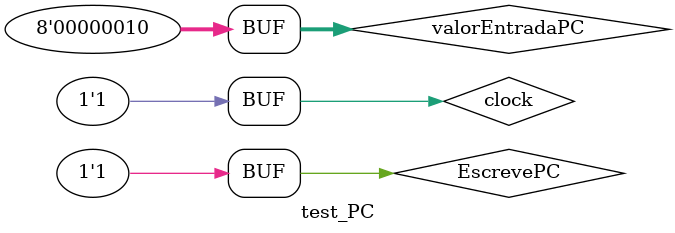
<source format=v>
`include "ProgramCounter.v"
module test_PC;
  reg [7:0] valorEntradaPC;
  reg EscrevePC, clock;

  wire [7:0] valorPC;

  initial begin
    clock = 0;
    EscrevePC = 1;
    valorEntradaPC = 1;
    #1 clock = 1;
    #1 clock = 0;
    valorEntradaPC = 2;
    #1 clock = 1;
    EscrevePC = 0;
    #1 EscrevePC = 1;
    #1 clock = 0;
    #1 clock = 1;

  end
  initial begin
    $monitor("Time=%0d valorEntradaPC=%d clock=%d EscrevePC=%d valorPC=%d", $time, valorEntradaPC,
             clock, EscrevePC, valorPC);
  end
  ProgramCounter gate1 (
      EscrevePC,
      clock,
      valorEntradaPC,
      valorPC
  );
endmodule

</source>
